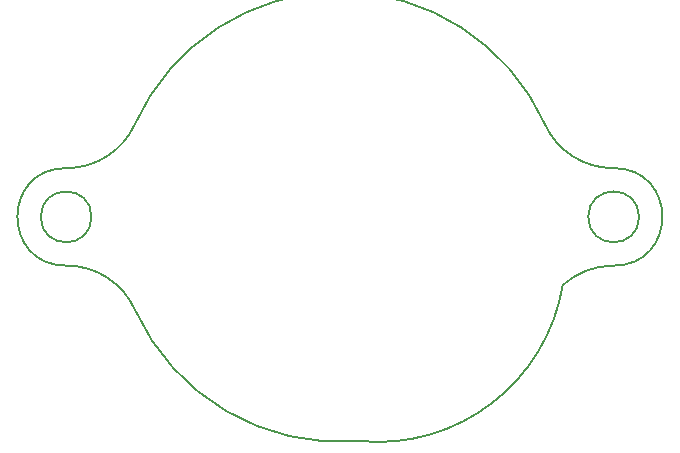
<source format=gbr>
%TF.GenerationSoftware,KiCad,Pcbnew,7.0.9*%
%TF.CreationDate,2024-01-20T09:14:40+10:00*%
%TF.ProjectId,BRAKE-PRES-V01,4252414b-452d-4505-9245-532d5630312e,rev?*%
%TF.SameCoordinates,Original*%
%TF.FileFunction,Profile,NP*%
%FSLAX46Y46*%
G04 Gerber Fmt 4.6, Leading zero omitted, Abs format (unit mm)*
G04 Created by KiCad (PCBNEW 7.0.9) date 2024-01-20 09:14:40*
%MOMM*%
%LPD*%
G01*
G04 APERTURE LIST*
%TA.AperFunction,Profile*%
%ADD10C,0.200000*%
%TD*%
%TA.AperFunction,Profile*%
%ADD11C,0.150000*%
%TD*%
G04 APERTURE END LIST*
D10*
X130017060Y-69822583D02*
X129977883Y-69822583D01*
X83701237Y-69822568D02*
G75*
G03*
X89485818Y-66091958I-37J6350068D01*
G01*
X89485826Y-81808205D02*
G75*
G03*
X83701237Y-78077583I-5784526J-2619295D01*
G01*
X129977883Y-78077577D02*
G75*
G03*
X125712858Y-79723111I17J-6350023D01*
G01*
X124193301Y-66091958D02*
G75*
G03*
X89485819Y-66091958I-17353741J-7858125D01*
G01*
X83662060Y-69822577D02*
G75*
G03*
X83662060Y-78077583I0J-4127503D01*
G01*
X83662060Y-78077583D02*
X83701237Y-78077583D01*
X89485817Y-81808208D02*
G75*
G03*
X108479078Y-92929399I17353743J7858128D01*
G01*
X132169710Y-73950083D02*
G75*
G03*
X132169710Y-73950083I-2152650J0D01*
G01*
D11*
X108479077Y-92929410D02*
G75*
G03*
X125712857Y-79723111I1557123J15815910D01*
G01*
D10*
X124193325Y-66091947D02*
G75*
G03*
X129977883Y-69822583I5784575J2619347D01*
G01*
X129977883Y-78077583D02*
X130017060Y-78077583D01*
X130017060Y-78077577D02*
G75*
G03*
X130017060Y-69822583I0J4127497D01*
G01*
X85814710Y-73950083D02*
G75*
G03*
X85814710Y-73950083I-2152650J0D01*
G01*
X83701237Y-69822583D02*
X83662060Y-69822583D01*
M02*

</source>
